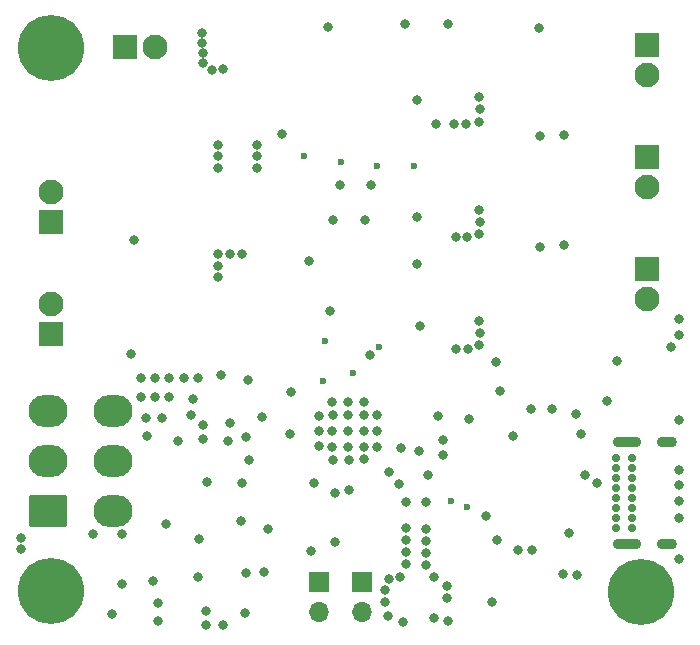
<source format=gbr>
%TF.GenerationSoftware,KiCad,Pcbnew,(6.0.1-0)*%
%TF.CreationDate,2022-08-02T20:22:24+01:00*%
%TF.ProjectId,Mainboard,4d61696e-626f-4617-9264-2e6b69636164,rev?*%
%TF.SameCoordinates,Original*%
%TF.FileFunction,Soldermask,Bot*%
%TF.FilePolarity,Negative*%
%FSLAX46Y46*%
G04 Gerber Fmt 4.6, Leading zero omitted, Abs format (unit mm)*
G04 Created by KiCad (PCBNEW (6.0.1-0)) date 2022-08-02 20:22:24*
%MOMM*%
%LPD*%
G01*
G04 APERTURE LIST*
G04 Aperture macros list*
%AMRoundRect*
0 Rectangle with rounded corners*
0 $1 Rounding radius*
0 $2 $3 $4 $5 $6 $7 $8 $9 X,Y pos of 4 corners*
0 Add a 4 corners polygon primitive as box body*
4,1,4,$2,$3,$4,$5,$6,$7,$8,$9,$2,$3,0*
0 Add four circle primitives for the rounded corners*
1,1,$1+$1,$2,$3*
1,1,$1+$1,$4,$5*
1,1,$1+$1,$6,$7*
1,1,$1+$1,$8,$9*
0 Add four rect primitives between the rounded corners*
20,1,$1+$1,$2,$3,$4,$5,0*
20,1,$1+$1,$4,$5,$6,$7,0*
20,1,$1+$1,$6,$7,$8,$9,0*
20,1,$1+$1,$8,$9,$2,$3,0*%
G04 Aperture macros list end*
%ADD10C,0.700000*%
%ADD11O,2.400000X0.900000*%
%ADD12O,1.700000X0.900000*%
%ADD13R,1.700000X1.700000*%
%ADD14O,1.700000X1.700000*%
%ADD15R,2.100000X2.100000*%
%ADD16C,2.100000*%
%ADD17C,5.600000*%
%ADD18RoundRect,0.250001X1.399999X-1.099999X1.399999X1.099999X-1.399999X1.099999X-1.399999X-1.099999X0*%
%ADD19O,3.300000X2.700000*%
%ADD20C,0.600000*%
%ADD21C,0.800000*%
G04 APERTURE END LIST*
D10*
%TO.C,J8*%
X169125000Y-113650000D03*
X169125000Y-112800000D03*
X169125000Y-111950000D03*
X169125000Y-111100000D03*
X169125000Y-110250000D03*
X169125000Y-109400000D03*
X169125000Y-108550000D03*
X169125000Y-107700000D03*
X170475000Y-107700000D03*
X170475000Y-108550000D03*
X170475000Y-109400000D03*
X170475000Y-110250000D03*
X170475000Y-111100000D03*
X170475000Y-111950000D03*
X170475000Y-112800000D03*
X170475000Y-113650000D03*
D11*
X170105000Y-115000000D03*
X170105000Y-106350000D03*
D12*
X173485000Y-106350000D03*
X173485000Y-115000000D03*
%TD*%
D13*
%TO.C,J10*%
X144025000Y-118200000D03*
D14*
X144025000Y-120740000D03*
%TD*%
D15*
%TO.C,J2*%
X121350000Y-87719898D03*
D16*
X121350000Y-85179898D03*
%TD*%
D15*
%TO.C,J1*%
X121350000Y-97170000D03*
D16*
X121350000Y-94630000D03*
%TD*%
D13*
%TO.C,J9*%
X147637500Y-118200000D03*
D14*
X147637500Y-120740000D03*
%TD*%
D15*
%TO.C,J3*%
X127555102Y-72866006D03*
D16*
X130095102Y-72866006D03*
%TD*%
D17*
%TO.C,H3*%
X121310400Y-118986300D03*
%TD*%
%TO.C,H2*%
X171310400Y-119030000D03*
%TD*%
D15*
%TO.C,J6*%
X171812999Y-91705101D03*
D16*
X171812999Y-94245101D03*
%TD*%
D18*
%TO.C,J7*%
X121100000Y-112150000D03*
D19*
X121100000Y-107950000D03*
X121100000Y-103750000D03*
X126600000Y-112150000D03*
X126600000Y-107950000D03*
X126600000Y-103750000D03*
%TD*%
D17*
%TO.C,H1*%
X121310400Y-72986900D03*
%TD*%
D15*
%TO.C,J5*%
X171797263Y-82242919D03*
D16*
X171797263Y-84782919D03*
%TD*%
D15*
%TO.C,J4*%
X171780605Y-72705073D03*
D16*
X171780605Y-75245073D03*
%TD*%
D20*
X142750500Y-82100000D03*
X152100000Y-83000000D03*
X148950000Y-82950000D03*
X145850000Y-82624540D03*
D21*
X162674500Y-71300000D03*
X162715412Y-89823351D03*
X162755517Y-80413475D03*
X152600000Y-96550000D03*
X158119600Y-112609300D03*
X154550000Y-107430000D03*
X160860000Y-115510000D03*
X162075500Y-115500000D03*
X155600000Y-98425000D03*
X169285000Y-99475000D03*
X151400000Y-115650000D03*
X135500000Y-91400000D03*
X155475000Y-79425000D03*
X129430000Y-105790000D03*
X147810000Y-107810000D03*
X156575000Y-88950000D03*
X157525000Y-79225000D03*
X138800000Y-82100000D03*
X145800000Y-84560000D03*
X145140000Y-106740000D03*
X131310000Y-102510000D03*
X139160000Y-104240000D03*
X144050000Y-104130000D03*
X133750000Y-100950000D03*
X138040000Y-101090000D03*
X154900000Y-70950000D03*
X128940000Y-100940000D03*
X157575000Y-77125000D03*
X146480000Y-106750000D03*
X158990000Y-99600000D03*
X150900000Y-117800000D03*
X154930000Y-121500000D03*
X135750000Y-100660000D03*
X155575000Y-88950000D03*
X157625000Y-97125000D03*
X157525000Y-88700000D03*
X174500000Y-104480000D03*
X139690000Y-113710000D03*
X165830000Y-117600000D03*
X138090000Y-107880000D03*
X147790000Y-104060000D03*
X154850000Y-118550000D03*
X152500000Y-107080000D03*
X143190000Y-91050000D03*
X134200000Y-74250000D03*
X149910000Y-117900000D03*
X159330000Y-102040000D03*
X135500000Y-92350000D03*
X139380000Y-117340000D03*
X134225000Y-104900000D03*
X132550000Y-100940000D03*
X149640000Y-119860000D03*
D20*
X149080000Y-98290000D03*
D21*
X131075000Y-113300000D03*
X126480000Y-120910000D03*
X138800000Y-83100000D03*
X153240000Y-109130000D03*
X151400000Y-114640000D03*
X149840000Y-121050000D03*
X136500000Y-90450000D03*
X174510000Y-110010000D03*
X165768336Y-103997683D03*
X141660000Y-102120000D03*
X161990000Y-103560000D03*
X153080000Y-111400000D03*
X153770000Y-121200000D03*
X141550000Y-105650000D03*
X138780000Y-81150000D03*
X133850000Y-114550000D03*
X153770000Y-117800000D03*
X153090000Y-116740000D03*
X136291979Y-106207410D03*
X134200000Y-73400000D03*
X144040000Y-106710000D03*
X148930000Y-106720000D03*
X146490000Y-102930000D03*
X136480000Y-104710000D03*
X163750000Y-103525000D03*
X147840000Y-102950000D03*
X118820000Y-115430000D03*
X124840000Y-114150000D03*
X151325000Y-70925000D03*
X147880000Y-87550000D03*
X156500000Y-79425000D03*
X153080000Y-114730000D03*
X157600000Y-96125000D03*
X151400000Y-113630000D03*
X147790000Y-106760000D03*
X137521497Y-90454243D03*
X135483380Y-90450000D03*
X137530000Y-109810000D03*
X174510000Y-108730000D03*
X133750000Y-117725000D03*
X129950000Y-118125000D03*
X151150000Y-121610000D03*
X130100000Y-102500000D03*
X130760000Y-104300000D03*
X145160000Y-107820000D03*
X158650000Y-119920000D03*
X135450000Y-82150000D03*
X134480000Y-121820000D03*
X148940000Y-105410000D03*
X157600000Y-86700000D03*
X135450000Y-81150000D03*
X174510000Y-97250000D03*
X127350000Y-114140000D03*
X118820000Y-114420000D03*
X145160000Y-104070000D03*
X134950000Y-74800000D03*
X151400000Y-116660000D03*
X174510000Y-111320000D03*
X153080000Y-113730000D03*
X130140000Y-100950000D03*
X157625000Y-87700000D03*
X130384704Y-121490837D03*
X133375000Y-102675000D03*
X168435000Y-102875000D03*
X151410000Y-111400000D03*
X154850000Y-119550000D03*
X134150000Y-72550000D03*
D20*
X144560000Y-97800000D03*
D21*
X132050000Y-106225000D03*
X174510000Y-116260000D03*
X146530000Y-107830000D03*
X135870000Y-121820000D03*
X145150000Y-102960000D03*
X127360625Y-118375990D03*
X144020000Y-105380000D03*
X149640000Y-118860000D03*
X144920000Y-95250000D03*
X173850000Y-98320000D03*
X129360000Y-104300000D03*
X128910000Y-102500000D03*
X133140000Y-104090000D03*
X148930000Y-104060000D03*
X146460000Y-104080000D03*
X165170000Y-114050000D03*
X144800000Y-71175000D03*
X166220000Y-105670000D03*
X145350000Y-114775000D03*
X156600000Y-98425000D03*
X145150000Y-105420000D03*
X167570000Y-109810000D03*
X157550000Y-98125000D03*
X174510000Y-112790000D03*
X174500000Y-95950000D03*
X143350000Y-115525000D03*
X157625000Y-78175000D03*
X134150000Y-71700000D03*
X134200000Y-106080000D03*
D20*
X146856300Y-100500000D03*
D21*
X137810000Y-105890000D03*
X159060000Y-114650000D03*
X153080000Y-115740000D03*
X135850000Y-74750000D03*
X135450000Y-83100000D03*
X148450000Y-84560000D03*
X146500000Y-105420000D03*
X134470000Y-120670000D03*
X131330000Y-100950000D03*
X147790000Y-105430000D03*
X128100000Y-98860000D03*
X145200000Y-87550000D03*
X149956300Y-108875000D03*
X152300000Y-91250000D03*
X166544600Y-109109300D03*
X148350000Y-99000000D03*
X143600000Y-109825000D03*
X137875000Y-117400000D03*
X164660715Y-117508268D03*
X130362904Y-119940837D03*
X151000000Y-106875000D03*
X152350000Y-77350000D03*
X160433705Y-105817863D03*
X153900500Y-79400000D03*
X164750000Y-80300000D03*
X137400000Y-113030000D03*
X134500000Y-109725000D03*
X154500000Y-106175000D03*
X154050000Y-104100000D03*
X150790000Y-109880000D03*
X156675000Y-104375000D03*
D20*
X144313912Y-101161734D03*
D21*
X137769159Y-120832708D03*
D20*
X156550000Y-111850000D03*
D21*
X145375000Y-110650000D03*
X146575000Y-110425000D03*
D20*
X155220000Y-111360000D03*
D21*
X140850000Y-80250000D03*
X128350000Y-89260000D03*
X152325000Y-87275000D03*
X164800000Y-89650000D03*
M02*

</source>
